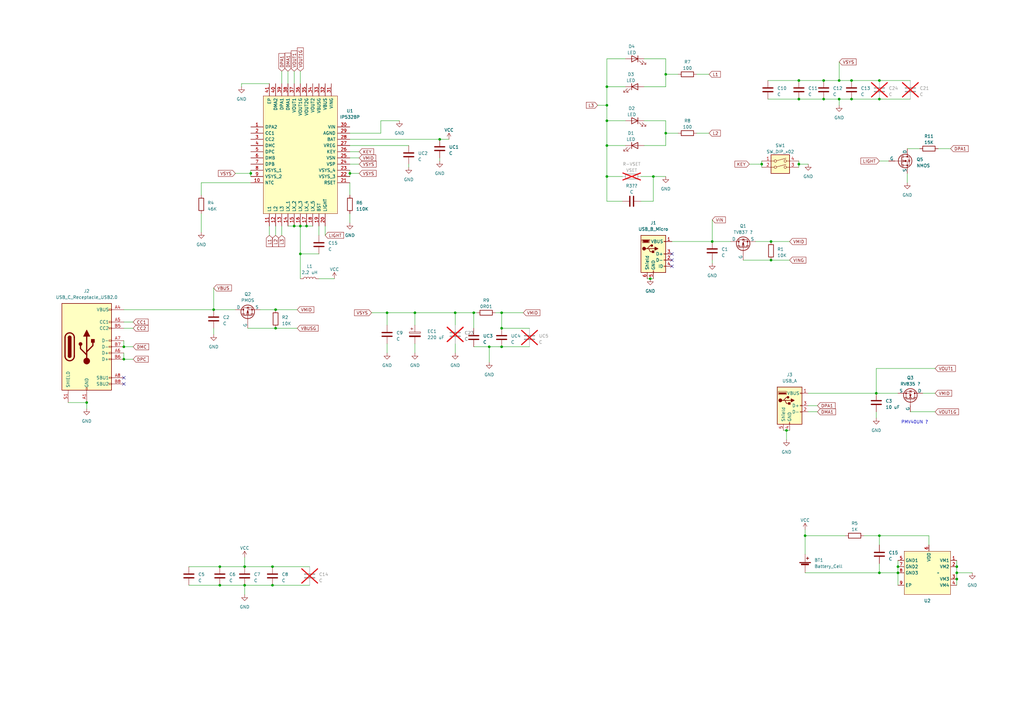
<source format=kicad_sch>
(kicad_sch (version 20230121) (generator eeschema)
  (paper "A3")
  (lib_symbols
    (symbol "Connector:USB_A" (pin_names (offset 1.016))
      (property "Reference" "J" (at -5.08 11.43 0))
      (property "Value" "USB_A" (at -5.08 8.89 0))
      (symbol "USB_A_0_1"
        (rectangle (start -5.08 -7.62) (end 5.08 7.62) (stroke (width 0.254)) (fill (type background)))
        (circle (center -3.81 2.159) (radius 0.635) (stroke (width 0.254)) (fill (type outline)))
        (rectangle (start -1.524 4.826) (end -4.318 5.334) (fill (type outline)))
        (rectangle (start -1.27 4.572) (end -4.572 5.842))
        (circle (center -0.635 3.429) (radius 0.381) (stroke (width 0.254)) (fill (type outline)))
        (rectangle (start -0.127 -7.62) (end 0.127 -6.858))
        (polyline (pts (xy -3.175 2.159) (xy -2.54 2.159) (xy -1.27 3.429) (xy -0.635 3.429)) (stroke (width 0.254)))
        (polyline (pts (xy -2.54 2.159) (xy -1.905 2.159) (xy -1.27 0.889) (xy 0 0.889)) (stroke (width 0.254)))
        (polyline (pts (xy 0.635 2.794) (xy 0.635 1.524) (xy 1.905 2.159) (xy 0.635 2.794)) (stroke (width 0.254)) (fill (type outline)))
        (rectangle (start 0.254 1.27) (end -0.508 0.508) (stroke (width 0.254)) (fill (type outline)))
        (rectangle (start 5.08 -2.667) (end 4.318 -2.413))
        (rectangle (start 5.08 -0.127) (end 4.318 0.127))
        (rectangle (start 5.08 4.953) (end 4.318 5.207))
      )
      (symbol "USB_A_1_1"
        (polyline (pts (xy -1.905 2.159) (xy 0.635 2.159)) (stroke (width 0.254)))
        (pin power_in line (at 7.62 5.08 180) (length 2.54) (name "VBUS") (number "1"))
        (pin bidirectional line (at 7.62 -2.54 180) (length 2.54) (name "D-") (number "2"))
        (pin bidirectional line (at 7.62 0 180) (length 2.54) (name "D+") (number "3"))
        (pin power_in line (at 0 -10.16 90) (length 2.54) (name "GND") (number "4"))
        (pin passive line (at -2.54 -10.16 90) (length 2.54) (name "Shield") (number "5"))
      )
    )
    (symbol "Connector:USB_B_Micro" (pin_names (offset 1.016))
      (property "Reference" "J" (at -5.08 11.43 0))
      (property "Value" "USB_B_Micro" (at -5.08 8.89 0))
      (symbol "USB_B_Micro_0_1"
        (rectangle (start -5.08 -7.62) (end 5.08 7.62) (stroke (width 0.254)) (fill (type background)))
        (circle (center -3.81 2.159) (radius 0.635) (stroke (width 0.254)) (fill (type outline)))
        (circle (center -0.635 3.429) (radius 0.381) (stroke (width 0.254)) (fill (type outline)))
        (rectangle (start -0.127 -7.62) (end 0.127 -6.858))
        (polyline (pts (xy -1.905 2.159) (xy 0.635 2.159)) (stroke (width 0.254)))
        (polyline (pts (xy -3.175 2.159) (xy -2.54 2.159) (xy -1.27 3.429) (xy -0.635 3.429)) (stroke (width 0.254)))
        (polyline (pts (xy -2.54 2.159) (xy -1.905 2.159) (xy -1.27 0.889) (xy 0 0.889)) (stroke (width 0.254)))
        (polyline (pts (xy 0.635 2.794) (xy 0.635 1.524) (xy 1.905 2.159) (xy 0.635 2.794)) (stroke (width 0.254)) (fill (type outline)))
        (polyline (pts (xy -4.318 5.588) (xy -1.778 5.588) (xy -2.032 4.826) (xy -4.064 4.826) (xy -4.318 5.588)) (fill (type outline)))
        (polyline (pts (xy -4.699 5.842) (xy -4.699 5.588) (xy -4.445 4.826) (xy -4.445 4.572) (xy -1.651 4.572) (xy -1.651 4.826) (xy -1.397 5.588) (xy -1.397 5.842) (xy -4.699 5.842)))
        (rectangle (start 0.254 1.27) (end -0.508 0.508) (stroke (width 0.254)) (fill (type outline)))
        (rectangle (start 5.08 -5.207) (end 4.318 -4.953))
        (rectangle (start 5.08 -2.667) (end 4.318 -2.413))
        (rectangle (start 5.08 -0.127) (end 4.318 0.127))
        (rectangle (start 5.08 4.953) (end 4.318 5.207))
      )
      (symbol "USB_B_Micro_1_1"
        (pin power_out line (at 7.62 5.08 180) (length 2.54) (name "VBUS") (number "1"))
        (pin bidirectional line (at 7.62 -2.54 180) (length 2.54) (name "D-") (number "2"))
        (pin bidirectional line (at 7.62 0 180) (length 2.54) (name "D+") (number "3"))
        (pin passive line (at 7.62 -5.08 180) (length 2.54) (name "ID") (number "4"))
        (pin power_out line (at 0 -10.16 90) (length 2.54) (name "GND") (number "5"))
        (pin passive line (at -2.54 -10.16 90) (length 2.54) (name "Shield") (number "6"))
      )
    )
    (symbol "Connector:USB_C_Receptacle_USB2.0" (pin_names (offset 1.016))
      (property "Reference" "J" (at -10.16 19.05 0))
      (property "Value" "USB_C_Receptacle_USB2.0" (at 19.05 19.05 0))
      (symbol "USB_C_Receptacle_USB2.0_0_0"
        (rectangle (start -0.254 -17.78) (end 0.254 -16.764))
        (rectangle (start 10.16 -14.986) (end 9.144 -15.494))
        (rectangle (start 10.16 -12.446) (end 9.144 -12.954))
        (rectangle (start 10.16 -4.826) (end 9.144 -5.334))
        (rectangle (start 10.16 -2.286) (end 9.144 -2.794))
        (rectangle (start 10.16 0.254) (end 9.144 -0.254))
        (rectangle (start 10.16 2.794) (end 9.144 2.286))
        (rectangle (start 10.16 7.874) (end 9.144 7.366))
        (rectangle (start 10.16 10.414) (end 9.144 9.906))
        (rectangle (start 10.16 15.494) (end 9.144 14.986))
      )
      (symbol "USB_C_Receptacle_USB2.0_0_1"
        (rectangle (start -10.16 17.78) (end 10.16 -17.78) (stroke (width 0.254)) (fill (type background)))
        (arc (start -8.89 -3.81) (mid -6.985 -5.7067) (end -5.08 -3.81) (stroke (width 0.508)))
        (arc (start -7.62 -3.81) (mid -6.985 -4.4423) (end -6.35 -3.81) (stroke (width 0.254)))
        (arc (start -7.62 -3.81) (mid -6.985 -4.4423) (end -6.35 -3.81) (stroke (width 0.254)) (fill (type outline)))
        (rectangle (start -7.62 -3.81) (end -6.35 3.81) (stroke (width 0.254)) (fill (type outline)))
        (arc (start -6.35 3.81) (mid -6.985 4.4423) (end -7.62 3.81) (stroke (width 0.254)))
        (arc (start -6.35 3.81) (mid -6.985 4.4423) (end -7.62 3.81) (stroke (width 0.254)) (fill (type outline)))
        (arc (start -5.08 3.81) (mid -6.985 5.7067) (end -8.89 3.81) (stroke (width 0.508)))
        (circle (center -2.54 1.143) (radius 0.635) (stroke (width 0.254)) (fill (type outline)))
        (circle (center 0 -5.842) (radius 1.27) (fill (type outline)))
        (polyline (pts (xy -8.89 -3.81) (xy -8.89 3.81)) (stroke (width 0.508)))
        (polyline (pts (xy -5.08 3.81) (xy -5.08 -3.81)) (stroke (width 0.508)))
        (polyline (pts (xy 0 -5.842) (xy 0 4.318)) (stroke (width 0.508)))
        (polyline (pts (xy 0 -3.302) (xy -2.54 -0.762) (xy -2.54 0.508)) (stroke (width 0.508)))
        (polyline (pts (xy 0 -2.032) (xy 2.54 0.508) (xy 2.54 1.778)) (stroke (width 0.508)))
        (polyline (pts (xy -1.27 4.318) (xy 0 6.858) (xy 1.27 4.318) (xy -1.27 4.318)) (stroke (width 0.254)) (fill (type outline)))
        (rectangle (start 1.905 1.778) (end 3.175 3.048) (stroke (width 0.254)) (fill (type outline)))
      )
      (symbol "USB_C_Receptacle_USB2.0_1_1"
        (pin passive line (at 0 -22.86 90) (length 5.08) (name "GND") (number "A1"))
        (pin passive line (at 0 -22.86 90) (length 5.08) hide (name "GND") (number "A12"))
        (pin passive line (at 15.24 15.24 180) (length 5.08) (name "VBUS") (number "A4"))
        (pin bidirectional line (at 15.24 10.16 180) (length 5.08) (name "CC1") (number "A5"))
        (pin bidirectional line (at 15.24 -2.54 180) (length 5.08) (name "D+") (number "A6"))
        (pin bidirectional line (at 15.24 2.54 180) (length 5.08) (name "D-") (number "A7"))
        (pin bidirectional line (at 15.24 -12.7 180) (length 5.08) (name "SBU1") (number "A8"))
        (pin passive line (at 15.24 15.24 180) (length 5.08) hide (name "VBUS") (number "A9"))
        (pin passive line (at 0 -22.86 90) (length 5.08) hide (name "GND") (number "B1"))
        (pin passive line (at 0 -22.86 90) (length 5.08) hide (name "GND") (number "B12"))
        (pin passive line (at 15.24 15.24 180) (length 5.08) hide (name "VBUS") (number "B4"))
        (pin bidirectional line (at 15.24 7.62 180) (length 5.08) (name "CC2") (number "B5"))
        (pin bidirectional line (at 15.24 -5.08 180) (length 5.08) (name "D+") (number "B6"))
        (pin bidirectional line (at 15.24 0 180) (length 5.08) (name "D-") (number "B7"))
        (pin bidirectional line (at 15.24 -15.24 180) (length 5.08) (name "SBU2") (number "B8"))
        (pin passive line (at 15.24 15.24 180) (length 5.08) hide (name "VBUS") (number "B9"))
        (pin passive line (at -7.62 -22.86 90) (length 5.08) (name "SHIELD") (number "S1"))
      )
    )
    (symbol "Device:Battery_Cell" (pin_numbers hide) (pin_names (offset 0) hide)
      (property "Reference" "BT" (at 2.54 2.54 0))
      (property "Value" "Battery_Cell" (at 2.54 0 0))
      (symbol "Battery_Cell_0_1"
        (rectangle (start -2.286 1.778) (end 2.286 1.524) (fill (type outline)))
        (rectangle (start -1.5748 1.1938) (end 1.4732 0.6858) (fill (type outline)))
        (polyline (pts (xy 0 0.762) (xy 0 0)))
        (polyline (pts (xy 0 1.778) (xy 0 2.54)))
        (polyline (pts (xy 0.508 3.429) (xy 1.524 3.429)) (stroke (width 0.254)))
        (polyline (pts (xy 1.016 3.937) (xy 1.016 2.921)) (stroke (width 0.254)))
      )
      (symbol "Battery_Cell_1_1"
        (pin passive line (at 0 5.08 270) (length 2.54) (name "+") (number "1"))
        (pin passive line (at 0 -2.54 90) (length 2.54) (name "-") (number "2"))
      )
    )
    (symbol "Device:C" (pin_numbers hide) (pin_names (offset 0.254))
      (property "Reference" "C" (at 0.635 2.54 0))
      (property "Value" "C" (at 0.635 -2.54 0))
      (symbol "C_0_1"
        (polyline (pts (xy -2.032 -0.762) (xy 2.032 -0.762)) (stroke (width 0.508)))
        (polyline (pts (xy -2.032 0.762) (xy 2.032 0.762)) (stroke (width 0.508)))
      )
      (symbol "C_1_1"
        (pin passive line (at 0 3.81 270) (length 2.794) (name "~") (number "1"))
        (pin passive line (at 0 -3.81 90) (length 2.794) (name "~") (number "2"))
      )
    )
    (symbol "Device:C_Polarized" (pin_numbers hide) (pin_names (offset 0.254))
      (property "Reference" "C" (at 0.635 2.54 0))
      (property "Value" "C_Polarized" (at 0.635 -2.54 0))
      (symbol "C_Polarized_0_1"
        (rectangle (start -2.286 0.508) (end 2.286 1.016))
        (polyline (pts (xy -1.778 2.286) (xy -0.762 2.286)))
        (polyline (pts (xy -1.27 2.794) (xy -1.27 1.778)))
        (rectangle (start 2.286 -0.508) (end -2.286 -1.016) (fill (type outline)))
      )
      (symbol "C_Polarized_1_1"
        (pin passive line (at 0 3.81 270) (length 2.794) (name "~") (number "1"))
        (pin passive line (at 0 -3.81 90) (length 2.794) (name "~") (number "2"))
      )
    )
    (symbol "Device:L" (pin_numbers hide) (pin_names (offset 1.016) hide)
      (property "Reference" "L" (at -1.27 0 90))
      (property "Value" "L" (at 1.905 0 90))
      (symbol "L_0_1"
        (arc (start 0 -2.54) (mid 0.6323 -1.905) (end 0 -1.27))
        (arc (start 0 -1.27) (mid 0.6323 -0.635) (end 0 0))
        (arc (start 0 0) (mid 0.6323 0.635) (end 0 1.27))
        (arc (start 0 1.27) (mid 0.6323 1.905) (end 0 2.54))
      )
      (symbol "L_1_1"
        (pin passive line (at 0 3.81 270) (length 1.27) (name "1") (number "1"))
        (pin passive line (at 0 -3.81 90) (length 1.27) (name "2") (number "2"))
      )
    )
    (symbol "Device:LED" (pin_numbers hide) (pin_names (offset 1.016) hide)
      (property "Reference" "D" (at 0 2.54 0))
      (property "Value" "LED" (at 0 -2.54 0))
      (symbol "LED_0_1"
        (polyline (pts (xy -1.27 -1.27) (xy -1.27 1.27)) (stroke (width 0.254)))
        (polyline (pts (xy -1.27 0) (xy 1.27 0)))
        (polyline (pts (xy 1.27 -1.27) (xy 1.27 1.27) (xy -1.27 0) (xy 1.27 -1.27)) (stroke (width 0.254)))
        (polyline (pts (xy -3.048 -0.762) (xy -4.572 -2.286) (xy -3.81 -2.286) (xy -4.572 -2.286) (xy -4.572 -1.524)))
        (polyline (pts (xy -1.778 -0.762) (xy -3.302 -2.286) (xy -2.54 -2.286) (xy -3.302 -2.286) (xy -3.302 -1.524)))
      )
      (symbol "LED_1_1"
        (pin passive line (at -3.81 0 0) (length 2.54) (name "K") (number "1"))
        (pin passive line (at 3.81 0 180) (length 2.54) (name "A") (number "2"))
      )
    )
    (symbol "Device:R" (pin_numbers hide) (pin_names (offset 0))
      (property "Reference" "R" (at 2.032 0 90))
      (property "Value" "R" (at 0 0 90))
      (symbol "R_0_1"
        (rectangle (start -1.016 -2.54) (end 1.016 2.54) (stroke (width 0.254)))
      )
      (symbol "R_1_1"
        (pin passive line (at 0 3.81 270) (length 1.27) (name "~") (number "1"))
        (pin passive line (at 0 -3.81 90) (length 1.27) (name "~") (number "2"))
      )
    )
    (symbol "My_Library:IP5328P" (pin_names (offset 0.762))
      (property "Reference" "U" (at 36.83 17.78 0))
      (property "Value" "IP5328P" (at 36.83 15.24 0))
      (symbol "IP5328P_0_0"
        (pin passive line (at 0 0 0) (length 5.08) (name "DPA2") (number "1"))
        (pin passive line (at 0 -22.86 0) (length 5.08) (name "NTC") (number "10"))
        (pin passive line (at 7.62 -40.64 90) (length 5.08) (name "L1") (number "11"))
        (pin passive line (at 10.16 -40.64 90) (length 5.08) (name "L2") (number "12"))
        (pin passive line (at 12.7 -40.64 90) (length 5.08) (name "L3") (number "13"))
        (pin passive line (at 15.24 -40.64 90) (length 5.08) (name "LX_1") (number "14"))
        (pin passive line (at 17.78 -40.64 90) (length 5.08) (name "LX_2") (number "15"))
        (pin passive line (at 20.32 -40.64 90) (length 5.08) (name "LX_3") (number "16"))
        (pin passive line (at 22.86 -40.64 90) (length 5.08) (name "LX_4") (number "17"))
        (pin passive line (at 25.4 -40.64 90) (length 5.08) (name "LX_5") (number "18"))
        (pin passive line (at 27.94 -40.64 90) (length 5.08) (name "BST") (number "19"))
        (pin passive line (at 0 -2.54 0) (length 5.08) (name "CC1") (number "2"))
        (pin passive line (at 30.48 -40.64 90) (length 5.08) (name "LIGHT") (number "20"))
        (pin passive line (at 40.64 -22.86 180) (length 5.08) (name "RSET") (number "21"))
        (pin passive line (at 40.64 -20.32 180) (length 5.08) (name "VSYS_3") (number "22"))
        (pin passive line (at 40.64 -17.78 180) (length 5.08) (name "VSYS_4") (number "23"))
        (pin passive line (at 40.64 -15.24 180) (length 5.08) (name "VSP") (number "24"))
        (pin passive line (at 40.64 -12.7 180) (length 5.08) (name "VSN") (number "25"))
        (pin passive line (at 40.64 -10.16 180) (length 5.08) (name "KEY") (number "26"))
        (pin passive line (at 40.64 -7.62 180) (length 5.08) (name "VREG") (number "27"))
        (pin passive line (at 40.64 -5.08 180) (length 5.08) (name "BAT") (number "28"))
        (pin passive line (at 40.64 -2.54 180) (length 5.08) (name "AGND") (number "29"))
        (pin passive line (at 0 -5.08 0) (length 5.08) (name "CC2") (number "3"))
        (pin passive line (at 40.64 0 180) (length 5.08) (name "VIN") (number "30"))
        (pin passive line (at 33.02 17.78 270) (length 5.08) (name "VING") (number "31"))
        (pin passive line (at 30.48 17.78 270) (length 5.08) (name "VBUS") (number "32"))
        (pin passive line (at 27.94 17.78 270) (length 5.08) (name "VBUSG") (number "33"))
        (pin passive line (at 25.4 17.78 270) (length 5.08) (name "VOUT2") (number "34"))
        (pin passive line (at 22.86 17.78 270) (length 5.08) (name "VOUT2G") (number "35"))
        (pin passive line (at 20.32 17.78 270) (length 5.08) (name "VOUT1G") (number "36"))
        (pin passive line (at 17.78 17.78 270) (length 5.08) (name "VOUT1") (number "37"))
        (pin passive line (at 15.24 17.78 270) (length 5.08) (name "DMA1") (number "38"))
        (pin passive line (at 12.7 17.78 270) (length 5.08) (name "DPA1") (number "39"))
        (pin passive line (at 0 -7.62 0) (length 5.08) (name "DMC") (number "4"))
        (pin passive line (at 10.16 17.78 270) (length 5.08) (name "DMA2") (number "40"))
        (pin passive line (at 7.62 17.78 270) (length 5.08) (name "EP") (number "41"))
        (pin passive line (at 0 -10.16 0) (length 5.08) (name "DPC") (number "5"))
        (pin passive line (at 0 -12.7 0) (length 5.08) (name "DMB") (number "6"))
        (pin passive line (at 0 -15.24 0) (length 5.08) (name "DPB") (number "7"))
        (pin passive line (at 0 -17.78 0) (length 5.08) (name "VSYS_1") (number "8"))
        (pin passive line (at 0 -20.32 0) (length 5.08) (name "VSYS_2") (number "9"))
      )
      (symbol "IP5328P_0_1"
        (polyline (pts (xy 5.08 12.7) (xy 35.56 12.7) (xy 35.56 -35.56) (xy 5.08 -35.56) (xy 5.08 12.7)) (stroke (width 0.1524)) (fill (type background)))
      )
    )
    (symbol "My_Library:XB8886A"
      (property "Reference" "U" (at 0 0 0))
      (symbol "XB8886A_1_1"
        (rectangle (start -10.16 8.89) (end 8.89 -8.89) (fill (type background)))
        (pin power_out line (at 11.43 5.08 180) (length 2.54) (name "VM1") (number "1"))
        (pin power_out line (at 11.43 2.54 180) (length 2.54) (name "VM2") (number "2"))
        (pin power_out line (at 11.43 -2.54 180) (length 2.54) (name "VM3") (number "3"))
        (pin power_out line (at 11.43 -5.08 180) (length 2.54) (name "VM4") (number "4"))
        (pin power_in line (at -12.7 5.08 0) (length 2.54) (name "GND1") (number "5"))
        (pin power_in line (at 0 11.43 270) (length 2.54) (name "VDD") (number "6"))
        (pin power_in line (at -12.7 2.54 0) (length 2.54) (name "GND2") (number "7"))
        (pin power_in line (at -12.7 0 0) (length 2.54) (name "GND3") (number "8"))
        (pin power_in line (at -12.7 -5.08 0) (length 2.54) (name "EP") (number "9"))
      )
    )
    (symbol "Simulation_SPICE:NMOS" (pin_numbers hide) (pin_names (offset 0))
      (property "Reference" "Q" (at 5.08 1.27 0))
      (property "Value" "NMOS" (at 5.08 -1.27 0))
      (symbol "NMOS_0_1"
        (polyline (pts (xy 0.254 0) (xy -2.54 0)))
        (polyline (pts (xy 0.254 1.905) (xy 0.254 -1.905)) (stroke (width 0.254)))
        (polyline (pts (xy 0.762 -1.27) (xy 0.762 -2.286)) (stroke (width 0.254)))
        (polyline (pts (xy 0.762 0.508) (xy 0.762 -0.508)) (stroke (width 0.254)))
        (polyline (pts (xy 0.762 2.286) (xy 0.762 1.27)) (stroke (width 0.254)))
        (polyline (pts (xy 2.54 2.54) (xy 2.54 1.778)))
        (polyline (pts (xy 2.54 -2.54) (xy 2.54 0) (xy 0.762 0)))
        (polyline (pts (xy 0.762 -1.778) (xy 3.302 -1.778) (xy 3.302 1.778) (xy 0.762 1.778)))
        (polyline (pts (xy 1.016 0) (xy 2.032 0.381) (xy 2.032 -0.381) (xy 1.016 0)) (fill (type outline)))
        (polyline (pts (xy 2.794 0.508) (xy 2.921 0.381) (xy 3.683 0.381) (xy 3.81 0.254)))
        (polyline (pts (xy 3.302 0.381) (xy 2.921 -0.254) (xy 3.683 -0.254) (xy 3.302 0.381)))
        (circle (center 1.651 0) (radius 2.794) (stroke (width 0.254)))
        (circle (center 2.54 -1.778) (radius 0.254) (fill (type outline)))
        (circle (center 2.54 1.778) (radius 0.254) (fill (type outline)))
      )
      (symbol "NMOS_1_1"
        (pin passive line (at 2.54 5.08 270) (length 2.54) (name "D") (number "1"))
        (pin input line (at -5.08 0 0) (length 2.54) (name "G") (number "2"))
        (pin passive line (at 2.54 -5.08 90) (length 2.54) (name "S") (number "3"))
      )
    )
    (symbol "Simulation_SPICE:PMOS" (pin_numbers hide) (pin_names (offset 0))
      (property "Reference" "Q" (at 5.08 1.27 0))
      (property "Value" "PMOS" (at 5.08 -1.27 0))
      (symbol "PMOS_0_1"
        (polyline (pts (xy 0.254 0) (xy -2.54 0)))
        (polyline (pts (xy 0.254 1.905) (xy 0.254 -1.905)) (stroke (width 0.254)))
        (polyline (pts (xy 0.762 -1.27) (xy 0.762 -2.286)) (stroke (width 0.254)))
        (polyline (pts (xy 0.762 0.508) (xy 0.762 -0.508)) (stroke (width 0.254)))
        (polyline (pts (xy 0.762 2.286) (xy 0.762 1.27)) (stroke (width 0.254)))
        (polyline (pts (xy 2.54 2.54) (xy 2.54 1.778)))
        (polyline (pts (xy 2.54 -2.54) (xy 2.54 0) (xy 0.762 0)))
        (polyline (pts (xy 0.762 1.778) (xy 3.302 1.778) (xy 3.302 -1.778) (xy 0.762 -1.778)))
        (polyline (pts (xy 2.286 0) (xy 1.27 0.381) (xy 1.27 -0.381) (xy 2.286 0)) (fill (type outline)))
        (polyline (pts (xy 2.794 -0.508) (xy 2.921 -0.381) (xy 3.683 -0.381) (xy 3.81 -0.254)))
        (polyline (pts (xy 3.302 -0.381) (xy 2.921 0.254) (xy 3.683 0.254) (xy 3.302 -0.381)))
        (circle (center 1.651 0) (radius 2.794) (stroke (width 0.254)))
        (circle (center 2.54 -1.778) (radius 0.254) (fill (type outline)))
        (circle (center 2.54 1.778) (radius 0.254) (fill (type outline)))
      )
      (symbol "PMOS_1_1"
        (pin passive line (at 2.54 5.08 270) (length 2.54) (name "D") (number "1"))
        (pin input line (at -5.08 0 0) (length 2.54) (name "G") (number "2"))
        (pin passive line (at 2.54 -5.08 90) (length 2.54) (name "S") (number "3"))
      )
    )
    (symbol "Switch:SW_DIP_x02" (pin_names (offset 0) hide)
      (property "Reference" "SW" (at 0 6.35 0))
      (property "Value" "SW_DIP_x02" (at 0 -3.81 0))
      (symbol "SW_DIP_x02_0_0"
        (circle (center -2.032 0) (radius 0.508))
        (circle (center -2.032 2.54) (radius 0.508))
        (polyline (pts (xy -1.524 0.127) (xy 2.3622 1.1684)))
        (polyline (pts (xy -1.524 2.667) (xy 2.3622 3.7084)))
        (circle (center 2.032 0) (radius 0.508))
        (circle (center 2.032 2.54) (radius 0.508))
      )
      (symbol "SW_DIP_x02_0_1"
        (rectangle (start -3.81 5.08) (end 3.81 -2.54) (stroke (width 0.254)) (fill (type background)))
      )
      (symbol "SW_DIP_x02_1_1"
        (pin passive line (at -7.62 2.54 0) (length 5.08) (name "~") (number "1"))
        (pin passive line (at -7.62 0 0) (length 5.08) (name "~") (number "2"))
        (pin passive line (at 7.62 0 180) (length 5.08) (name "~") (number "3"))
        (pin passive line (at 7.62 2.54 180) (length 5.08) (name "~") (number "4"))
      )
    )
    (symbol "power:GND" (power) (pin_names (offset 0))
      (property "Value" "GND" (at 0 -3.81 0))
      (symbol "GND_0_1"
        (polyline (pts (xy 0 0) (xy 0 -1.27) (xy 1.27 -1.27) (xy 0 -2.54) (xy -1.27 -1.27) (xy 0 -1.27)))
      )
      (symbol "GND_1_1"
        (pin power_in line (at 0 0 270) (length 0) hide (name "GND") (number "1"))
      )
    )
    (symbol "power:VCC" (power) (pin_names (offset 0))
      (property "Value" "VCC" (at 0 3.81 0))
      (symbol "VCC_0_1"
        (polyline (pts (xy -0.762 1.27) (xy 0 2.54)))
        (polyline (pts (xy 0 0) (xy 0 2.54)))
        (polyline (pts (xy 0 2.54) (xy 0.762 1.27)))
      )
      (symbol "VCC_1_1"
        (pin power_in line (at 0 0 90) (length 0) hide (name "VCC") (number "1"))
      )
    )
  )
  (junction (at 87.63 127))
  (junction (at 392.43 237.49))
  (junction (at 102.87 71.12))
  (junction (at 90.17 240.03))
  (junction (at 349.25 33.02))
  (junction (at 158.75 128.27))
  (junction (at 360.68 33.02))
  (junction (at 205.74 142.24))
  (junction (at 111.76 240.03))
  (junction (at 344.17 33.02))
  (junction (at 205.74 134.62))
  (junction (at 123.19 104.14))
  (junction (at 359.41 161.29))
  (junction (at 292.1 99.06))
  (junction (at 125.73 92.71))
  (junction (at 113.03 127))
  (junction (at 111.76 232.41))
  (junction (at 360.68 40.64))
  (junction (at 50.8 142.24))
  (junction (at 120.65 92.71))
  (junction (at 123.19 92.71))
  (junction (at 248.92 35.56))
  (junction (at 337.82 40.64))
  (junction (at 248.92 43.18))
  (junction (at 312.42 67.31))
  (junction (at 327.66 40.64))
  (junction (at 248.92 49.53))
  (junction (at 143.51 71.12))
  (junction (at 368.3 234.95))
  (junction (at 337.82 33.02))
  (junction (at 344.17 40.64))
  (junction (at 368.3 232.41))
  (junction (at 180.34 57.15))
  (junction (at 100.33 232.41))
  (junction (at 327.66 33.02))
  (junction (at 349.25 40.64))
  (junction (at 90.17 232.41))
  (junction (at 248.92 72.39))
  (junction (at 267.97 72.39))
  (junction (at 392.43 232.41))
  (junction (at 205.74 128.27))
  (junction (at 316.23 106.68))
  (junction (at 316.23 99.06))
  (junction (at 392.43 234.95))
  (junction (at 330.2 219.71))
  (junction (at 113.03 134.62))
  (junction (at 273.05 54.61))
  (junction (at 266.7 114.3))
  (junction (at 360.68 219.71))
  (junction (at 360.68 234.95))
  (junction (at 327.66 67.31))
  (junction (at 170.18 128.27))
  (junction (at 186.69 128.27))
  (junction (at 35.56 165.1))
  (junction (at 50.8 147.32))
  (junction (at 322.58 176.53))
  (junction (at 200.66 142.24))
  (junction (at 248.92 59.69))
  (junction (at 273.05 30.48))
  (junction (at 100.33 240.03))
  (junction (at 194.31 128.27))
  (no_connect (at 275.59 109.22))
  (no_connect (at 275.59 106.68))
  (no_connect (at 50.8 157.48))
  (no_connect (at 275.59 104.14))
  (no_connect (at 50.8 154.94))
  (wire (pts (xy 115.57 29.21) (xy 115.57 34.29)))
  (wire (pts (xy 273.05 54.61) (xy 273.05 59.69)))
  (wire (pts (xy 194.31 142.24) (xy 200.66 142.24)))
  (wire (pts (xy 331.47 166.37) (xy 335.28 166.37)))
  (wire (pts (xy 143.51 59.69) (xy 167.64 59.69)))
  (wire (pts (xy 35.56 165.1) (xy 35.56 167.64)))
  (wire (pts (xy 87.63 134.62) (xy 87.63 137.16)))
  (wire (pts (xy 344.17 25.4) (xy 344.17 33.02)))
  (wire (pts (xy 373.38 168.91) (xy 383.54 168.91)))
  (wire (pts (xy 99.06 34.29) (xy 110.49 34.29)))
  (wire (pts (xy 100.33 232.41) (xy 111.76 232.41)))
  (wire (pts (xy 248.92 24.13) (xy 256.54 24.13)))
  (wire (pts (xy 392.43 234.95) (xy 392.43 237.49)))
  (wire (pts (xy 123.19 29.21) (xy 123.19 34.29)))
  (wire (pts (xy 292.1 99.06) (xy 299.72 99.06)))
  (wire (pts (xy 87.63 127) (xy 96.52 127)))
  (wire (pts (xy 77.47 232.41) (xy 90.17 232.41)))
  (wire (pts (xy 245.11 43.18) (xy 248.92 43.18)))
  (wire (pts (xy 100.33 240.03) (xy 111.76 240.03)))
  (wire (pts (xy 50.8 139.7) (xy 50.8 142.24)))
  (wire (pts (xy 372.11 60.96) (xy 377.19 60.96)))
  (wire (pts (xy 354.33 219.71) (xy 360.68 219.71)))
  (wire (pts (xy 248.92 59.69) (xy 248.92 72.39)))
  (wire (pts (xy 113.03 127) (xy 121.92 127)))
  (wire (pts (xy 312.42 66.04) (xy 312.42 67.31)))
  (wire (pts (xy 143.51 87.63) (xy 143.51 91.44)))
  (wire (pts (xy 77.47 240.03) (xy 90.17 240.03)))
  (wire (pts (xy 152.4 128.27) (xy 158.75 128.27)))
  (wire (pts (xy 292.1 106.68) (xy 292.1 107.95)))
  (wire (pts (xy 158.75 128.27) (xy 170.18 128.27)))
  (wire (pts (xy 292.1 90.17) (xy 292.1 99.06)))
  (wire (pts (xy 82.55 87.63) (xy 82.55 95.25)))
  (wire (pts (xy 344.17 40.64) (xy 349.25 40.64)))
  (wire (pts (xy 312.42 67.31) (xy 312.42 68.58)))
  (wire (pts (xy 170.18 128.27) (xy 170.18 133.35)))
  (wire (pts (xy 143.51 62.23) (xy 147.32 62.23)))
  (wire (pts (xy 50.8 142.24) (xy 54.61 142.24)))
  (wire (pts (xy 123.19 104.14) (xy 123.19 114.3)))
  (wire (pts (xy 330.2 219.71) (xy 346.71 219.71)))
  (wire (pts (xy 113.03 134.62) (xy 121.92 134.62)))
  (wire (pts (xy 368.3 234.95) (xy 368.3 240.03)))
  (wire (pts (xy 349.25 40.64) (xy 360.68 40.64)))
  (wire (pts (xy 99.06 35.56) (xy 99.06 34.29)))
  (wire (pts (xy 180.34 64.77) (xy 180.34 66.04)))
  (wire (pts (xy 50.8 144.78) (xy 50.8 147.32)))
  (wire (pts (xy 205.74 134.62) (xy 217.17 134.62)))
  (wire (pts (xy 143.51 54.61) (xy 156.21 54.61)))
  (wire (pts (xy 383.54 151.13) (xy 359.41 151.13)))
  (wire (pts (xy 248.92 24.13) (xy 248.92 35.56)))
  (wire (pts (xy 125.73 92.71) (xy 128.27 92.71)))
  (wire (pts (xy 360.68 219.71) (xy 360.68 223.52)))
  (wire (pts (xy 115.57 92.71) (xy 115.57 96.52)))
  (wire (pts (xy 344.17 33.02) (xy 349.25 33.02)))
  (wire (pts (xy 156.21 49.53) (xy 163.83 49.53)))
  (wire (pts (xy 273.05 49.53) (xy 273.05 54.61)))
  (wire (pts (xy 368.3 229.87) (xy 368.3 232.41)))
  (wire (pts (xy 262.89 82.55) (xy 267.97 82.55)))
  (wire (pts (xy 186.69 140.97) (xy 186.69 144.78)))
  (wire (pts (xy 392.43 232.41) (xy 392.43 234.95)))
  (wire (pts (xy 265.43 114.3) (xy 266.7 114.3)))
  (wire (pts (xy 273.05 24.13) (xy 264.16 24.13)))
  (wire (pts (xy 273.05 30.48) (xy 273.05 35.56)))
  (wire (pts (xy 200.66 142.24) (xy 200.66 148.59)))
  (wire (pts (xy 248.92 59.69) (xy 256.54 59.69)))
  (wire (pts (xy 285.75 30.48) (xy 290.83 30.48)))
  (wire (pts (xy 203.2 128.27) (xy 205.74 128.27)))
  (wire (pts (xy 248.92 82.55) (xy 248.92 72.39)))
  (wire (pts (xy 392.43 229.87) (xy 392.43 232.41)))
  (wire (pts (xy 381 219.71) (xy 381 223.52)))
  (wire (pts (xy 120.65 92.71) (xy 123.19 92.71)))
  (wire (pts (xy 143.51 57.15) (xy 180.34 57.15)))
  (wire (pts (xy 307.34 67.31) (xy 312.42 67.31)))
  (wire (pts (xy 267.97 82.55) (xy 267.97 72.39)))
  (wire (pts (xy 205.74 128.27) (xy 205.74 134.62)))
  (wire (pts (xy 327.66 33.02) (xy 337.82 33.02)))
  (wire (pts (xy 392.43 237.49) (xy 392.43 240.03)))
  (wire (pts (xy 143.51 67.31) (xy 147.32 67.31)))
  (wire (pts (xy 360.68 66.04) (xy 364.49 66.04)))
  (wire (pts (xy 194.31 128.27) (xy 195.58 128.27)))
  (wire (pts (xy 180.34 57.15) (xy 184.15 57.15)))
  (wire (pts (xy 111.76 240.03) (xy 127 240.03)))
  (wire (pts (xy 316.23 99.06) (xy 323.85 99.06)))
  (wire (pts (xy 248.92 43.18) (xy 248.92 49.53)))
  (wire (pts (xy 360.68 231.14) (xy 360.68 234.95)))
  (wire (pts (xy 267.97 72.39) (xy 273.05 72.39)))
  (wire (pts (xy 130.81 114.3) (xy 137.16 114.3)))
  (wire (pts (xy 123.19 104.14) (xy 130.81 104.14)))
  (wire (pts (xy 322.58 176.53) (xy 322.58 180.34)))
  (wire (pts (xy 111.76 232.41) (xy 127 232.41)))
  (wire (pts (xy 82.55 74.93) (xy 82.55 80.01)))
  (wire (pts (xy 156.21 54.61) (xy 156.21 49.53)))
  (wire (pts (xy 248.92 49.53) (xy 256.54 49.53)))
  (wire (pts (xy 368.3 232.41) (xy 368.3 234.95)))
  (wire (pts (xy 327.66 67.31) (xy 327.66 68.58)))
  (wire (pts (xy 372.11 71.12) (xy 372.11 74.93)))
  (wire (pts (xy 90.17 240.03) (xy 100.33 240.03)))
  (wire (pts (xy 186.69 128.27) (xy 194.31 128.27)))
  (wire (pts (xy 143.51 74.93) (xy 143.51 80.01)))
  (wire (pts (xy 327.66 66.04) (xy 327.66 67.31)))
  (wire (pts (xy 50.8 134.62) (xy 54.61 134.62)))
  (wire (pts (xy 327.66 40.64) (xy 337.82 40.64)))
  (wire (pts (xy 123.19 92.71) (xy 125.73 92.71)))
  (wire (pts (xy 349.25 33.02) (xy 360.68 33.02)))
  (wire (pts (xy 143.51 71.12) (xy 147.32 71.12)))
  (wire (pts (xy 194.31 128.27) (xy 194.31 134.62)))
  (wire (pts (xy 330.2 217.17) (xy 330.2 219.71)))
  (wire (pts (xy 110.49 92.71) (xy 110.49 96.52)))
  (wire (pts (xy 255.27 82.55) (xy 248.92 82.55)))
  (wire (pts (xy 360.68 234.95) (xy 368.3 234.95)))
  (wire (pts (xy 205.74 128.27) (xy 214.63 128.27)))
  (wire (pts (xy 87.63 118.11) (xy 87.63 127)))
  (wire (pts (xy 384.81 60.96) (xy 389.89 60.96)))
  (wire (pts (xy 264.16 35.56) (xy 273.05 35.56)))
  (wire (pts (xy 321.31 176.53) (xy 322.58 176.53)))
  (wire (pts (xy 248.92 49.53) (xy 248.92 59.69)))
  (wire (pts (xy 304.8 106.68) (xy 316.23 106.68)))
  (wire (pts (xy 133.35 92.71) (xy 133.35 96.52)))
  (wire (pts (xy 248.92 72.39) (xy 255.27 72.39)))
  (wire (pts (xy 170.18 140.97) (xy 170.18 144.78)))
  (wire (pts (xy 102.87 71.12) (xy 102.87 72.39)))
  (wire (pts (xy 106.68 127) (xy 113.03 127)))
  (wire (pts (xy 205.74 142.24) (xy 217.17 142.24)))
  (wire (pts (xy 273.05 30.48) (xy 278.13 30.48)))
  (wire (pts (xy 101.6 134.62) (xy 113.03 134.62)))
  (wire (pts (xy 158.75 128.27) (xy 158.75 133.35)))
  (wire (pts (xy 100.33 228.6) (xy 100.33 232.41)))
  (wire (pts (xy 167.64 67.31) (xy 167.64 68.58)))
  (wire (pts (xy 275.59 99.06) (xy 292.1 99.06)))
  (wire (pts (xy 186.69 128.27) (xy 186.69 133.35)))
  (wire (pts (xy 118.11 92.71) (xy 120.65 92.71)))
  (wire (pts (xy 113.03 92.71) (xy 113.03 96.52)))
  (wire (pts (xy 309.88 99.06) (xy 316.23 99.06)))
  (wire (pts (xy 322.58 176.53) (xy 323.85 176.53)))
  (wire (pts (xy 100.33 240.03) (xy 100.33 243.84)))
  (wire (pts (xy 143.51 64.77) (xy 147.32 64.77)))
  (wire (pts (xy 158.75 140.97) (xy 158.75 144.78)))
  (wire (pts (xy 359.41 151.13) (xy 359.41 161.29)))
  (wire (pts (xy 130.81 92.71) (xy 130.81 96.52)))
  (wire (pts (xy 143.51 69.85) (xy 143.51 71.12)))
  (wire (pts (xy 344.17 40.64) (xy 344.17 43.18)))
  (wire (pts (xy 248.92 35.56) (xy 248.92 43.18)))
  (wire (pts (xy 273.05 54.61) (xy 278.13 54.61)))
  (wire (pts (xy 50.8 127) (xy 87.63 127)))
  (wire (pts (xy 327.66 67.31) (xy 331.47 67.31)))
  (wire (pts (xy 143.51 71.12) (xy 143.51 72.39)))
  (wire (pts (xy 96.52 71.12) (xy 102.87 71.12)))
  (wire (pts (xy 120.65 29.21) (xy 120.65 34.29)))
  (wire (pts (xy 123.19 92.71) (xy 123.19 104.14)))
  (wire (pts (xy 331.47 168.91) (xy 335.28 168.91)))
  (wire (pts (xy 360.68 40.64) (xy 373.38 40.64)))
  (wire (pts (xy 378.46 161.29) (xy 383.54 161.29)))
  (wire (pts (xy 314.96 33.02) (xy 327.66 33.02)))
  (wire (pts (xy 266.7 114.3) (xy 267.97 114.3)))
  (wire (pts (xy 360.68 33.02) (xy 373.38 33.02)))
  (wire (pts (xy 316.23 106.68) (xy 323.85 106.68)))
  (wire (pts (xy 200.66 142.24) (xy 205.74 142.24)))
  (wire (pts (xy 102.87 74.93) (xy 82.55 74.93)))
  (wire (pts (xy 314.96 40.64) (xy 327.66 40.64)))
  (wire (pts (xy 50.8 132.08) (xy 54.61 132.08)))
  (wire (pts (xy 118.11 29.21) (xy 118.11 34.29)))
  (wire (pts (xy 262.89 72.39) (xy 267.97 72.39)))
  (wire (pts (xy 359.41 168.91) (xy 359.41 171.45)))
  (wire (pts (xy 330.2 227.33) (xy 330.2 219.71)))
  (wire (pts (xy 256.54 35.56) (xy 248.92 35.56)))
  (wire (pts (xy 359.41 161.29) (xy 368.3 161.29)))
  (wire (pts (xy 27.94 165.1) (xy 35.56 165.1)))
  (wire (pts (xy 398.78 234.95) (xy 392.43 234.95)))
  (wire (pts (xy 273.05 49.53) (xy 264.16 49.53)))
  (wire (pts (xy 273.05 24.13) (xy 273.05 30.48)))
  (wire (pts (xy 337.82 33.02) (xy 344.17 33.02)))
  (wire (pts (xy 264.16 59.69) (xy 273.05 59.69)))
  (wire (pts (xy 90.17 232.41) (xy 100.33 232.41)))
  (wire (pts (xy 360.68 219.71) (xy 381 219.71)))
  (wire (pts (xy 285.75 54.61) (xy 290.83 54.61)))
  (wire (pts (xy 337.82 40.64) (xy 344.17 40.64)))
  (wire (pts (xy 102.87 69.85) (xy 102.87 71.12)))
  (wire (pts (xy 170.18 128.27) (xy 186.69 128.27)))
  (wire (pts (xy 331.47 161.29) (xy 359.41 161.29)))
  (wire (pts (xy 330.2 234.95) (xy 360.68 234.95)))
  (wire (pts (xy 50.8 147.32) (xy 54.61 147.32)))
  (text "PMV40UN ?" (at 369.57 173.99 0) (effects (font (size 1.27 1.27)) (justify left bottom)))
  (global_label "DMA1" (shape input) (at 335.28 168.91 0) (property "Intersheetrefs" "${INTERSHEET_REFS}" (effects hide)))
  (global_label "KEY" (shape input) (at 147.32 62.23 0) (property "Intersheetrefs" "${INTERSHEET_REFS}" (effects hide)))
  (global_label "L1" (shape input) (at 110.49 96.52 270) (property "Intersheetrefs" "${INTERSHEET_REFS}" (effects hide)))
  (global_label "VBUS" (shape input) (at 87.63 118.11 0) (property "Intersheetrefs" "${INTERSHEET_REFS}" (effects hide)))
  (global_label "VMID" (shape input) (at 383.54 161.29 0) (property "Intersheetrefs" "${INTERSHEET_REFS}" (effects hide)))
  (global_label "LIGHT" (shape input) (at 360.68 66.04 180) (property "Intersheetrefs" "${INTERSHEET_REFS}" (effects hide)))
  (global_label "DMC" (shape input) (at 54.61 142.24 0) (property "Intersheetrefs" "${INTERSHEET_REFS}" (effects hide)))
  (global_label "VOUT1" (shape input) (at 383.54 151.13 0) (property "Intersheetrefs" "${INTERSHEET_REFS}" (effects hide)))
  (global_label "VOUT1" (shape input) (at 120.65 29.21 90) (property "Intersheetrefs" "${INTERSHEET_REFS}" (effects hide)))
  (global_label "VSYS" (shape input) (at 152.4 128.27 180) (property "Intersheetrefs" "${INTERSHEET_REFS}" (effects hide)))
  (global_label "L1" (shape input) (at 290.83 30.48 0) (property "Intersheetrefs" "${INTERSHEET_REFS}" (effects hide)))
  (global_label "DPA1" (shape input) (at 389.89 60.96 0) (property "Intersheetrefs" "${INTERSHEET_REFS}" (effects hide)))
  (global_label "DPA1" (shape input) (at 115.57 29.21 90) (property "Intersheetrefs" "${INTERSHEET_REFS}" (effects hide)))
  (global_label "VSYS" (shape input) (at 344.17 25.4 0) (property "Intersheetrefs" "${INTERSHEET_REFS}" (effects hide)))
  (global_label "L2" (shape input) (at 290.83 54.61 0) (property "Intersheetrefs" "${INTERSHEET_REFS}" (effects hide)))
  (global_label "VIN" (shape input) (at 292.1 90.17 0) (property "Intersheetrefs" "${INTERSHEET_REFS}" (effects hide)))
  (global_label "VBUSG" (shape input) (at 121.92 134.62 0) (property "Intersheetrefs" "${INTERSHEET_REFS}" (effects hide)))
  (global_label "VSYS" (shape input) (at 147.32 71.12 0) (property "Intersheetrefs" "${INTERSHEET_REFS}" (effects hide)))
  (global_label "VMID" (shape input) (at 323.85 99.06 0) (property "Intersheetrefs" "${INTERSHEET_REFS}" (effects hide)))
  (global_label "DPA1" (shape input) (at 335.28 166.37 0) (property "Intersheetrefs" "${INTERSHEET_REFS}" (effects hide)))
  (global_label "VOUT1G" (shape input) (at 383.54 168.91 0) (property "Intersheetrefs" "${INTERSHEET_REFS}" (effects hide)))
  (global_label "VMID" (shape input) (at 121.92 127 0) (property "Intersheetrefs" "${INTERSHEET_REFS}" (effects hide)))
  (global_label "CC2" (shape input) (at 54.61 134.62 0) (property "Intersheetrefs" "${INTERSHEET_REFS}" (effects hide)))
  (global_label "VSYS" (shape input) (at 96.52 71.12 180) (property "Intersheetrefs" "${INTERSHEET_REFS}" (effects hide)))
  (global_label "VOUT1G" (shape input) (at 123.19 29.21 90) (property "Intersheetrefs" "${INTERSHEET_REFS}" (effects hide)))
  (global_label "KEY" (shape input) (at 307.34 67.31 180) (property "Intersheetrefs" "${INTERSHEET_REFS}" (effects hide)))
  (global_label "L3" (shape input) (at 115.57 96.52 270) (property "Intersheetrefs" "${INTERSHEET_REFS}" (effects hide)))
  (global_label "DPC" (shape input) (at 54.61 147.32 0) (property "Intersheetrefs" "${INTERSHEET_REFS}" (effects hide)))
  (global_label "CC1" (shape input) (at 54.61 132.08 0) (property "Intersheetrefs" "${INTERSHEET_REFS}" (effects hide)))
  (global_label "LIGHT" (shape input) (at 133.35 96.52 0) (property "Intersheetrefs" "${INTERSHEET_REFS}" (effects hide)))
  (global_label "VMID" (shape input) (at 214.63 128.27 0) (property "Intersheetrefs" "${INTERSHEET_REFS}" (effects hide)))
  (global_label "DMA1" (shape input) (at 118.11 29.21 90) (property "Intersheetrefs" "${INTERSHEET_REFS}" (effects hide)))
  (global_label "L2" (shape input) (at 113.03 96.52 270) (property "Intersheetrefs" "${INTERSHEET_REFS}" (effects hide)))
  (global_label "VING" (shape input) (at 323.85 106.68 0) (property "Intersheetrefs" "${INTERSHEET_REFS}" (effects hide)))
  (global_label "VSYS" (shape input) (at 147.32 67.31 0) (property "Intersheetrefs" "${INTERSHEET_REFS}" (effects hide)))
  (global_label "VMID" (shape input) (at 147.32 64.77 0) (property "Intersheetrefs" "${INTERSHEET_REFS}" (effects hide)))
  (global_label "L3" (shape input) (at 245.11 43.18 180) (property "Intersheetrefs" "${INTERSHEET_REFS}" (effects hide)))
  (symbol (lib_id "Device:C") (at 180.34 60.96 0) (unit 1)
    (property "Reference" "UC1" (at 184.15 60.325 0) (effects (justify left)))
    (property "Value" "C" (at 184.15 62.865 0) (effects (justify left)))
  )
  (symbol (lib_id "Device:C") (at 373.38 36.83 0) (unit 1) (dnp yes)
    (property "Reference" "C21" (at 377.19 36.195 0) (effects (justify left)))
    (property "Value" "C" (at 377.19 38.735 0) (effects (justify left)))
  )
  (symbol (lib_id "Device:C") (at 217.17 138.43 0) (unit 1) (dnp yes)
    (property "Reference" "UC5" (at 220.98 137.795 0) (effects (justify left)))
    (property "Value" "C" (at 220.98 140.335 0) (effects (justify left)))
  )
  (symbol (lib_id "Device:C") (at 100.33 236.22 0) (unit 1)
    (property "Reference" "C7" (at 104.14 235.585 0) (effects (justify left)))
    (property "Value" "C" (at 104.14 238.125 0) (effects (justify left)))
  )
  (symbol (lib_id "power:GND") (at 359.41 171.45 0) (unit 1)
    (property "Reference" "#PWR03" (effects hide))
    (property "Value" "GND" (at 359.41 176.53 0))
  )
  (symbol (lib_id "Device:Battery_Cell") (at 330.2 232.41 0) (unit 1)
    (property "Reference" "BT1" (at 334.01 229.743 0) (effects (justify left)))
    (property "Value" "Battery_Cell" (at 334.01 232.283 0) (effects (justify left)))
  )
  (symbol (lib_id "power:VCC") (at 184.15 57.15 0) (unit 1)
    (property "Reference" "#PWR018" (effects hide))
    (property "Value" "VCC" (at 184.15 53.34 0))
  )
  (symbol (lib_id "power:GND") (at 180.34 66.04 0) (unit 1)
    (property "Reference" "#PWR019" (effects hide))
    (property "Value" "GND" (at 180.34 71.12 0))
  )
  (symbol (lib_id "Device:C") (at 111.76 236.22 0) (unit 1)
    (property "Reference" "C8" (at 115.57 235.585 0) (effects (justify left)))
    (property "Value" "C" (at 115.57 238.125 0) (effects (justify left)))
  )
  (symbol (lib_id "Device:R") (at 316.23 102.87 0) (unit 1)
    (property "Reference" "R1" (at 318.77 102.235 0) (effects (justify left)))
    (property "Value" "10K" (at 318.77 104.775 0) (effects (justify left)))
  )
  (symbol (lib_id "Device:C") (at 360.68 227.33 0) (unit 1)
    (property "Reference" "C15" (at 364.49 226.695 0) (effects (justify left)))
    (property "Value" "C" (at 364.49 229.235 0) (effects (justify left)))
  )
  (symbol (lib_id "Device:LED") (at 260.35 35.56 0) (unit 1)
    (property "Reference" "D3" (at 258.7625 30.48 0))
    (property "Value" "LED" (at 258.7625 33.02 0))
  )
  (symbol (lib_id "My_Library:IP5328P") (at 102.87 52.07 0) (unit 1)
    (property "Reference" "U1" (at 143.51 45.4912 0))
    (property "Value" "IP5328P" (at 143.51 48.0312 0))
    (property "Footprint" "Package_DFN_QFN:QFN-40-1EP_6x6mm_P0.5mm_EP4.6x4.6mm_ThermalVias" (effects hide))
    (property "Datasheet" "https://datasheetspdf.com/pdf-file/1261761/Injoinic/IP5328P/1" (effects hide))
    (property "Description" "Mobile power SOC supporting multiple protocols such as bidirectional PD3.0 fast charge" (effects hide))
    (property "Height" "0.8" (effects hide))
    (property "Manufacturer_Name" "INJOINIC Technology" (effects hide))
    (property "Manufacturer_Part_Number" "IP5328P" (effects hide))
  )
  (symbol (lib_id "Device:C") (at 327.66 36.83 0) (unit 1)
    (property "Reference" "C11" (at 331.47 36.195 0) (effects (justify left)))
    (property "Value" "C" (at 331.47 38.735 0) (effects (justify left)))
  )
  (symbol (lib_id "Simulation_SPICE:PMOS") (at 101.6 129.54 90) (unit 1)
    (property "Reference" "Q2" (at 101.6 120.65 90))
    (property "Value" "PMOS" (at 101.6 123.19 90))
    (property "Datasheet" "https://ngspice.sourceforge.io/docs/ngspice-manual.pdf" (effects hide))
    (property "Sim.Device" "PMOS" (effects hide))
    (property "Sim.Type" "VDMOS" (effects hide))
    (property "Sim.Pins" "1=D 2=G 3=S" (effects hide))
  )
  (symbol (lib_id "Device:R") (at 381 60.96 90) (unit 1)
    (property "Reference" "R11" (at 381 55.88 90))
    (property "Value" "15K" (at 381 58.42 90))
  )
  (symbol (lib_id "Device:R") (at 281.94 30.48 90) (unit 1)
    (property "Reference" "R7" (at 281.94 25.4 90))
    (property "Value" "100" (at 281.94 27.94 90))
  )
  (symbol (lib_id "Device:C_Polarized") (at 170.18 137.16 0) (unit 1)
    (property "Reference" "EC1" (at 175.26 135.89 0) (effects (justify left)))
    (property "Value" "220 uF" (at 175.26 138.43 0) (effects (justify left)))
  )
  (symbol (lib_id "power:GND") (at 87.63 137.16 0) (unit 1)
    (property "Reference" "#PWR08" (effects hide))
    (property "Value" "GND" (at 87.63 142.24 0))
  )
  (symbol (lib_id "Device:C") (at 127 236.22 0) (unit 1) (dnp yes)
    (property "Reference" "C14" (at 130.81 235.585 0) (effects (justify left)))
    (property "Value" "C" (at 130.81 238.125 0) (effects (justify left)))
  )
  (symbol (lib_id "power:GND") (at 322.58 180.34 0) (unit 1)
    (property "Reference" "#PWR04" (effects hide))
    (property "Value" "GND" (at 322.58 185.42 0))
  )
  (symbol (lib_id "power:GND") (at 372.11 74.93 0) (unit 1)
    (property "Reference" "#PWR010" (effects hide))
    (property "Value" "GND" (at 372.11 80.01 0))
  )
  (symbol (lib_id "Device:L") (at 127 114.3 90) (unit 1)
    (property "Reference" "L1" (at 127 109.22 90))
    (property "Value" "2.2 uH" (at 127 111.76 90))
  )
  (symbol (lib_id "Device:LED") (at 260.35 49.53 0) (mirror y) (unit 1)
    (property "Reference" "D2" (at 259.08 44.45 0))
    (property "Value" "LED" (at 259.08 46.99 0))
  )
  (symbol (lib_id "power:GND") (at 163.83 49.53 0) (unit 1)
    (property "Reference" "#PWR026" (effects hide))
    (property "Value" "GND" (at 163.83 54.61 0))
  )
  (symbol (lib_id "Device:R") (at 143.51 83.82 0) (unit 1)
    (property "Reference" "R6" (at 146.05 83.185 0) (effects (justify left)))
    (property "Value" "110K" (at 146.05 85.725 0) (effects (justify left)))
  )
  (symbol (lib_id "Switch:SW_DIP_x02") (at 320.04 68.58 0) (unit 1)
    (property "Reference" "SW1" (at 320.04 59.69 0))
    (property "Value" "SW_DIP_x02" (at 320.04 62.23 0))
  )
  (symbol (lib_id "power:VCC") (at 137.16 114.3 0) (unit 1)
    (property "Reference" "#PWR015" (effects hide))
    (property "Value" "VCC" (at 137.16 110.49 0))
  )
  (symbol (lib_id "power:GND") (at 200.66 148.59 0) (unit 1)
    (property "Reference" "#PWR014" (effects hide))
    (property "Value" "GND" (at 200.66 153.67 0))
  )
  (symbol (lib_id "Device:C") (at 158.75 137.16 0) (unit 1)
    (property "Reference" "C9" (at 162.56 136.525 0) (effects (justify left)))
    (property "Value" "C" (at 162.56 139.065 0) (effects (justify left)))
  )
  (symbol (lib_id "power:GND") (at 143.51 91.44 0) (unit 1)
    (property "Reference" "#PWR023" (effects hide))
    (property "Value" "GND" (at 143.51 96.52 0))
  )
  (symbol (lib_id "Device:C") (at 130.81 100.33 0) (unit 1)
    (property "Reference" "C15" (at 134.62 99.695 0) (effects (justify left)))
    (property "Value" "C" (at 134.62 102.235 0) (effects (justify left)))
  )
  (symbol (lib_id "power:GND") (at 100.33 243.84 0) (unit 1)
    (property "Reference" "#PWR017" (effects hide))
    (property "Value" "GND" (at 100.33 248.92 0))
  )
  (symbol (lib_id "Simulation_SPICE:PMOS") (at 304.8 101.6 90) (unit 1)
    (property "Reference" "Q1" (at 304.8 92.71 90))
    (property "Value" "TV837 ?" (at 304.8 95.25 90))
    (property "Datasheet" "https://ngspice.sourceforge.io/docs/ngspice-manual.pdf" (effects hide))
    (property "Sim.Device" "PMOS" (effects hide))
    (property "Sim.Type" "VDMOS" (effects hide))
    (property "Sim.Pins" "1=D 2=G 3=S" (effects hide))
  )
  (symbol (lib_id "Device:R") (at 199.39 128.27 90) (unit 1)
    (property "Reference" "R9" (at 199.39 123.19 90))
    (property "Value" "0R01" (at 199.39 125.73 90))
  )
  (symbol (lib_id "power:GND") (at 186.69 144.78 0) (unit 1)
    (property "Reference" "#PWR022" (effects hide))
    (property "Value" "GND" (at 186.69 149.86 0))
  )
  (symbol (lib_id "power:GND") (at 158.75 144.78 0) (unit 1)
    (property "Reference" "#PWR024" (effects hide))
    (property "Value" "GND" (at 158.75 149.86 0))
  )
  (symbol (lib_id "power:GND") (at 266.7 114.3 0) (unit 1)
    (property "Reference" "#PWR05" (effects hide))
    (property "Value" "GND" (at 266.7 119.38 0))
  )
  (symbol (lib_id "power:GND") (at 344.17 43.18 0) (unit 1)
    (property "Reference" "#PWR012" (effects hide))
    (property "Value" "GND" (at 344.17 48.26 0))
  )
  (symbol (lib_id "power:GND") (at 398.78 234.95 0) (unit 1)
    (property "Reference" "#PWR01" (effects hide))
    (property "Value" "GND" (at 398.78 240.03 0))
  )
  (symbol (lib_id "Device:C") (at 314.96 36.83 0) (unit 1)
    (property "Reference" "C10" (at 318.77 36.195 0) (effects (justify left)))
    (property "Value" "C" (at 318.77 38.735 0) (effects (justify left)))
  )
  (symbol (lib_id "power:GND") (at 82.55 95.25 0) (unit 1)
    (property "Reference" "#PWR025" (effects hide))
    (property "Value" "GND" (at 82.55 100.33 0))
  )
  (symbol (lib_id "power:VCC") (at 330.2 217.17 0) (unit 1)
    (property "Reference" "#PWR02" (effects hide))
    (property "Value" "VCC" (at 330.2 213.36 0))
  )
  (symbol (lib_id "power:GND") (at 99.06 35.56 0) (unit 1)
    (property "Reference" "#PWR021" (effects hide))
    (property "Value" "GND" (at 99.06 40.64 0))
  )
  (symbol (lib_id "Device:LED") (at 260.35 24.13 0) (mirror y) (unit 1)
    (property "Reference" "D4" (at 259.08 19.05 0))
    (property "Value" "LED" (at 259.08 21.59 0))
  )
  (symbol (lib_id "Connector:USB_A") (at 323.85 166.37 0) (unit 1)
    (property "Reference" "J3" (at 323.85 153.67 0))
    (property "Value" "USB_A" (at 323.85 156.21 0))
    (property "Footprint" "Library:USB_A" (effects hide))
    (property "Datasheet" " ~" (effects hide))
  )
  (symbol (lib_id "Device:C") (at 90.17 236.22 0) (unit 1)
    (property "Reference" "C6" (at 93.98 235.585 0) (effects (justify left)))
    (property "Value" "C" (at 93.98 238.125 0) (effects (justify left)))
  )
  (symbol (lib_id "My_Library:XB8886A") (at 381 234.95 0) (unit 1)
    (property "Reference" "U2" (at 380.365 246.38 0))
    (property "Value" "~" (at 384.81 234.95 0))
  )
  (symbol (lib_id "Connector:USB_B_Micro") (at 267.97 104.14 0) (unit 1)
    (property "Reference" "J1" (at 267.97 91.44 0))
    (property "Value" "USB_B_Micro" (at 267.97 93.98 0))
    (property "Footprint" "Library:USB_Micro-B" (effects hide))
  )
  (symbol (lib_id "Device:R") (at 82.55 83.82 0) (unit 1)
    (property "Reference" "R4" (at 85.09 83.185 0) (effects (justify left)))
    (property "Value" "46K" (at 85.09 85.725 0) (effects (justify left)))
  )
  (symbol (lib_id "Device:C") (at 359.41 165.1 0) (unit 1)
    (property "Reference" "C3" (at 363.22 164.465 0) (effects (justify left)))
    (property "Value" "10 uF" (at 363.22 167.005 0) (effects (justify left)))
  )
  (symbol (lib_id "Device:C") (at 87.63 130.81 0) (unit 1)
    (property "Reference" "C2" (at 91.44 130.175 0) (effects (justify left)))
    (property "Value" "C" (at 91.44 132.715 0) (effects (justify left)))
  )
  (symbol (lib_id "power:GND") (at 167.64 68.58 0) (unit 1)
    (property "Reference" "#PWR020" (effects hide))
    (property "Value" "GND" (at 167.64 73.66 0))
  )
  (symbol (lib_id "Device:C") (at 194.31 138.43 0) (unit 1)
    (property "Reference" "UC3" (at 198.12 137.795 0) (effects (justify left)))
    (property "Value" "C" (at 198.12 140.335 0) (effects (justify left)))
  )
  (symbol (lib_id "Device:LED") (at 260.35 59.69 0) (unit 1)
    (property "Reference" "D1" (at 258.7625 54.61 0))
    (property "Value" "LED" (at 258.7625 57.15 0))
  )
  (symbol (lib_id "power:GND") (at 331.47 67.31 0) (unit 1)
    (property "Reference" "#PWR011" (effects hide))
    (property "Value" "GND" (at 331.47 72.39 0))
  )
  (symbol (lib_id "Device:C") (at 349.25 36.83 0) (unit 1)
    (property "Reference" "C13" (at 353.06 36.195 0) (effects (justify left)))
    (property "Value" "C" (at 353.06 38.735 0) (effects (justify left)))
  )
  (symbol (lib_id "Device:R") (at 259.08 72.39 90) (unit 1) (dnp yes)
    (property "Reference" "R-VSET" (at 259.08 67.31 90))
    (property "Value" "VSET" (at 259.08 69.85 90))
  )
  (symbol (lib_id "power:GND") (at 273.05 72.39 0) (unit 1)
    (property "Reference" "#PWR09" (effects hide))
    (property "Value" "GND" (at 273.05 77.47 0))
  )
  (symbol (lib_id "Connector:USB_C_Receptacle_USB2.0") (at 35.56 142.24 0) (unit 1)
    (property "Reference" "J2" (at 35.56 119.38 0))
    (property "Value" "USB_C_Receptacle_USB2.0" (at 35.56 121.92 0))
    (property "Footprint" "Library:USB_C_P16_MIDMOUNT_1.6" (effects hide))
    (property "Datasheet" "https://www.usb.org/sites/default/files/documents/usb_type-c.zip" (effects hide))
  )
  (symbol (lib_id "power:GND") (at 170.18 144.78 0) (unit 1)
    (property "Reference" "#PWR013" (effects hide))
    (property "Value" "GND" (at 170.18 149.86 0))
  )
  (symbol (lib_id "Device:C") (at 186.69 137.16 0) (unit 1) (dnp yes)
    (property "Reference" "C23" (at 190.5 136.525 0) (effects (justify left)))
    (property "Value" "C" (at 190.5 139.065 0) (effects (justify left)))
  )
  (symbol (lib_id "power:VCC") (at 100.33 228.6 0) (unit 1)
    (property "Reference" "#PWR016" (effects hide))
    (property "Value" "VCC" (at 100.33 224.79 0))
  )
  (symbol (lib_id "Device:C") (at 77.47 236.22 0) (unit 1)
    (property "Reference" "C5" (at 81.28 235.585 0) (effects (justify left)))
    (property "Value" "C" (at 81.28 238.125 0) (effects (justify left)))
  )
  (symbol (lib_id "Device:C") (at 360.68 36.83 0) (unit 1) (dnp yes)
    (property "Reference" "C24" (at 364.49 36.195 0) (effects (justify left)))
    (property "Value" "C" (at 364.49 38.735 0) (effects (justify left)))
  )
  (symbol (lib_id "Device:C") (at 292.1 102.87 0) (unit 1)
    (property "Reference" "C1" (at 295.91 102.235 0) (effects (justify left)))
    (property "Value" "C" (at 295.91 104.775 0) (effects (justify left)))
  )
  (symbol (lib_id "Device:C") (at 167.64 63.5 0) (unit 1)
    (property "Reference" "UC2" (at 171.45 62.865 0) (effects (justify left)))
    (property "Value" "C" (at 171.45 65.405 0) (effects (justify left)))
  )
  (symbol (lib_id "Simulation_SPICE:NMOS") (at 373.38 163.83 270) (mirror x) (unit 1)
    (property "Reference" "Q3" (at 373.38 154.94 90))
    (property "Value" "RV835 ?" (at 373.38 157.48 90))
    (property "Datasheet" "https://ngspice.sourceforge.io/docs/ngspice-manual.pdf" (effects hide))
    (property "Sim.Device" "NMOS" (effects hide))
    (property "Sim.Type" "VDMOS" (effects hide))
    (property "Sim.Pins" "1=D 2=G 3=S" (effects hide))
  )
  (symbol (lib_id "Device:C") (at 205.74 138.43 0) (unit 1)
    (property "Reference" "UC4" (at 209.55 137.795 0) (effects (justify left)))
    (property "Value" "C" (at 209.55 140.335 0) (effects (justify left)))
  )
  (symbol (lib_id "power:GND") (at 35.56 167.64 0) (unit 1)
    (property "Reference" "#PWR07" (effects hide))
    (property "Value" "GND" (at 35.56 172.72 0))
  )
  (symbol (lib_id "Simulation_SPICE:NMOS") (at 369.57 66.04 0) (unit 1)
    (property "Reference" "Q5" (at 375.92 65.405 0) (effects (justify left)))
    (property "Value" "NMOS" (at 375.92 67.945 0) (effects (justify left)))
    (property "Datasheet" "https://ngspice.sourceforge.io/docs/ngspice-manual.pdf" (effects hide))
    (property "Sim.Device" "NMOS" (effects hide))
    (property "Sim.Type" "VDMOS" (effects hide))
    (property "Sim.Pins" "1=D 2=G 3=S" (effects hide))
  )
  (symbol (lib_id "Device:R") (at 113.03 130.81 0) (unit 1)
    (property "Reference" "R2" (at 115.57 130.175 0) (effects (justify left)))
    (property "Value" "10K" (at 115.57 132.715 0) (effects (justify left)))
  )
  (symbol (lib_id "Device:R") (at 350.52 219.71 90) (unit 1)
    (property "Reference" "R5" (at 350.52 214.63 90))
    (property "Value" "1K" (at 350.52 217.17 90))
  )
  (symbol (lib_id "Device:R") (at 281.94 54.61 90) (unit 1)
    (property "Reference" "R8" (at 281.94 49.53 90))
    (property "Value" "100" (at 281.94 52.07 90))
  )
  (symbol (lib_id "power:GND") (at 292.1 107.95 0) (unit 1)
    (property "Reference" "#PWR06" (effects hide))
    (property "Value" "GND" (at 292.1 113.03 0))
  )
  (symbol (lib_id "Device:C") (at 337.82 36.83 0) (unit 1)
    (property "Reference" "C12" (at 341.63 36.195 0) (effects (justify left)))
    (property "Value" "C" (at 341.63 38.735 0) (effects (justify left)))
  )
  (symbol (lib_id "Device:C") (at 259.08 82.55 90) (unit 1)
    (property "Reference" "R3??" (at 259.08 76.2 90))
    (property "Value" "C" (at 259.08 78.74 90))
  )
)
</source>
